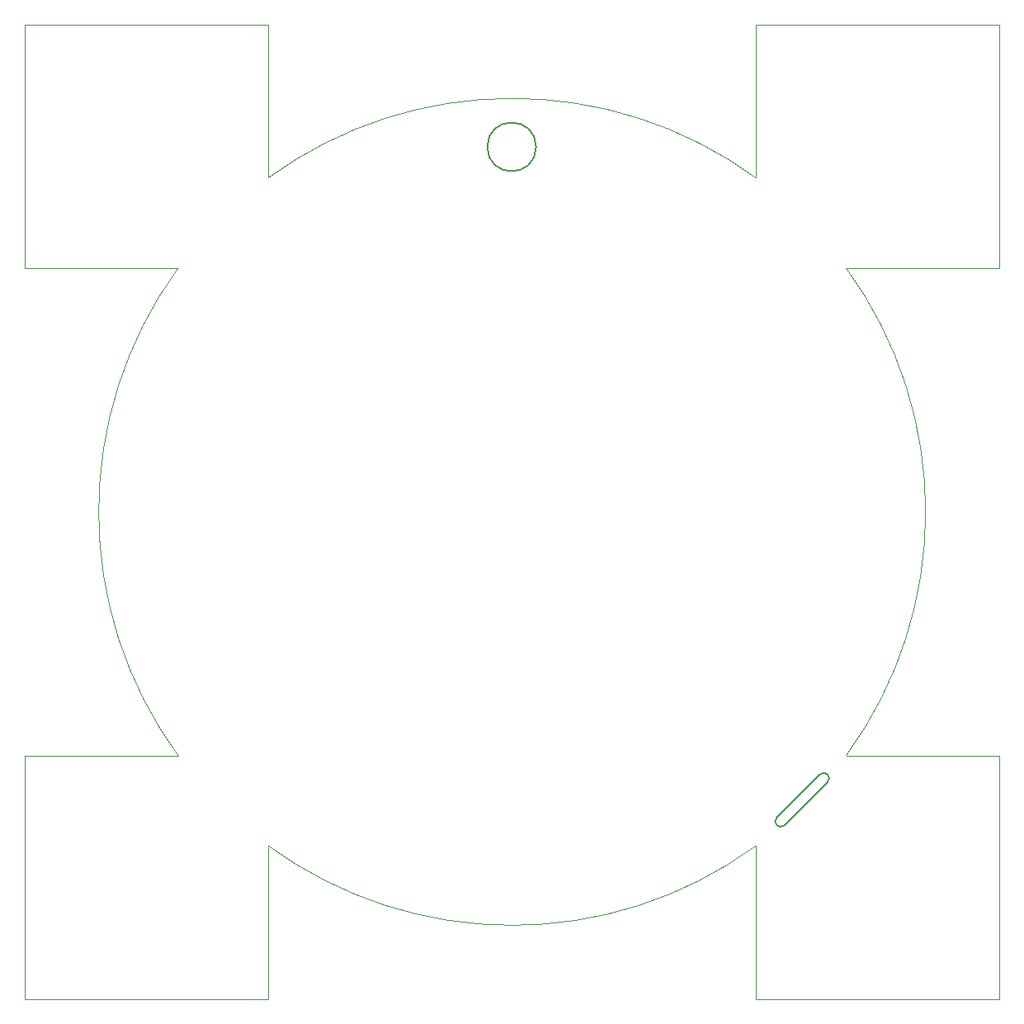
<source format=gm1>
G04 #@! TF.FileFunction,Profile,NP*
%FSLAX46Y46*%
G04 Gerber Fmt 4.6, Leading zero omitted, Abs format (unit mm)*
G04 Created by KiCad (PCBNEW 4.0.7) date Thu Dec  7 16:12:30 2017*
%MOMM*%
%LPD*%
G01*
G04 APERTURE LIST*
%ADD10C,0.100000*%
%ADD11C,0.150000*%
G04 APERTURE END LIST*
D10*
D11*
X161850000Y-116850000D02*
G75*
G03X162650000Y-117650000I400000J-400000D01*
G01*
X167050000Y-113250000D02*
G75*
G03X166250000Y-112450000I-400000J400000D01*
G01*
X161850000Y-116850000D02*
X166250000Y-112450000D01*
X167050000Y-113250000D02*
X162650000Y-117650000D01*
X137150000Y-48050000D02*
G75*
G03X137150000Y-48050000I-2500000J0D01*
G01*
D10*
X109700000Y-35500000D02*
X109700000Y-51221727D01*
X109700000Y-119778273D02*
X109700000Y-135500000D01*
X84700000Y-110500000D02*
X100421727Y-110500000D01*
X100421727Y-60500000D02*
X84700000Y-60500000D01*
X159700000Y-51221727D02*
X159700000Y-35500000D01*
X100421727Y-110500000D02*
G75*
G02X100421727Y-60500000I34278273J25000000D01*
G01*
X84700000Y-135500000D02*
X84700000Y-110500000D01*
X184700000Y-60500000D02*
X168978273Y-60500000D01*
X109700000Y-51221727D02*
G75*
G02X159700000Y-51221727I25000000J-34278273D01*
G01*
X159700000Y-119778273D02*
G75*
G02X109700000Y-119778273I-25000000J34278273D01*
G01*
X184700000Y-35500000D02*
X184700000Y-60500000D01*
X168978273Y-60500000D02*
G75*
G02X168978273Y-110500000I-34278273J-25000000D01*
G01*
X184700000Y-110500000D02*
X184700000Y-135500000D01*
X159700000Y-35500000D02*
X184700000Y-35500000D01*
X84700000Y-35500000D02*
X109700000Y-35500000D01*
X168978273Y-110500000D02*
X184700000Y-110500000D01*
X159700000Y-135500000D02*
X159700000Y-119778273D01*
X184700000Y-135500000D02*
X159700000Y-135500000D01*
X84700000Y-60500000D02*
X84700000Y-35500000D01*
X109700000Y-135500000D02*
X84700000Y-135500000D01*
M02*

</source>
